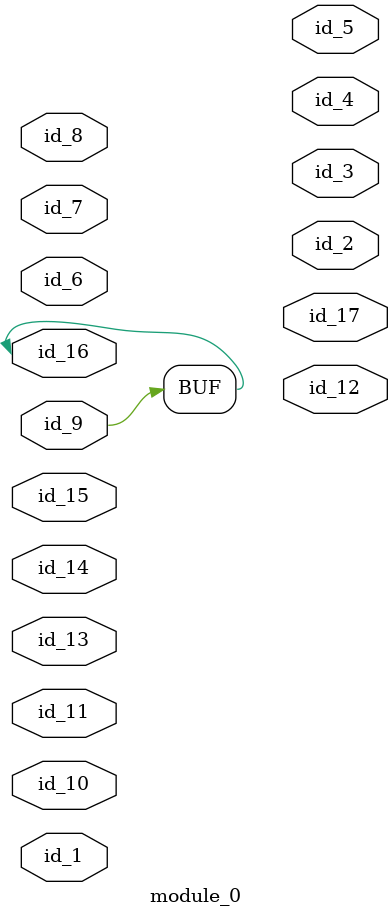
<source format=v>
module module_0 (
    id_1,
    id_2,
    id_3,
    id_4,
    id_5,
    id_6,
    id_7,
    id_8,
    id_9,
    id_10,
    id_11,
    id_12,
    id_13,
    id_14,
    id_15,
    id_16,
    id_17
);
  output id_17;
  inout id_16;
  input id_15;
  input id_14;
  inout id_13;
  output id_12;
  input id_11;
  input id_10;
  input id_9;
  input id_8;
  inout id_7;
  inout id_6;
  output id_5;
  output id_4;
  output id_3;
  output id_2;
  input id_1;
  assign id_16 = id_9;
endmodule

</source>
